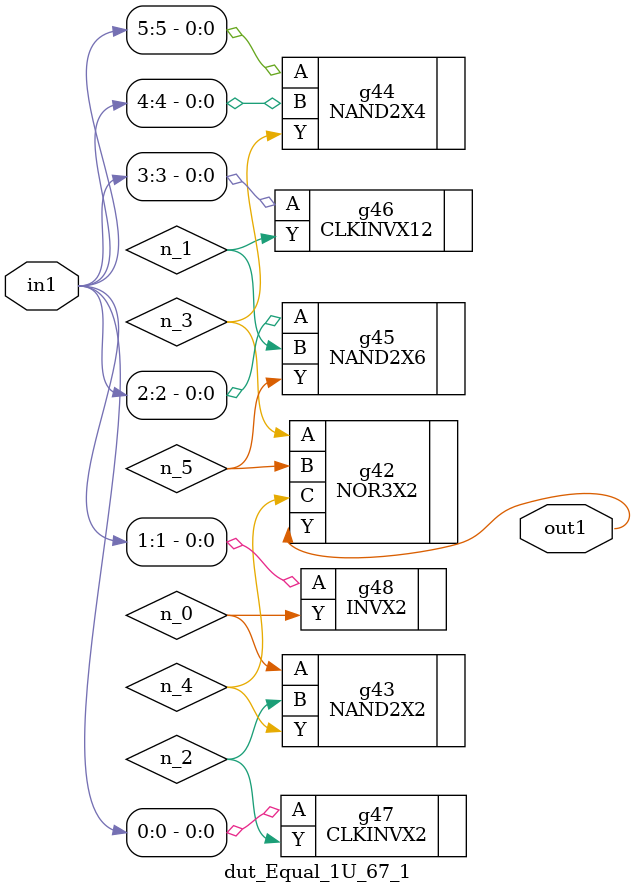
<source format=v>
`timescale 1ps / 1ps


module dut_Equal_1U_67_1(in1, out1);
  input [5:0] in1;
  output out1;
  wire [5:0] in1;
  wire out1;
  wire n_0, n_1, n_2, n_3, n_4, n_5;
  NOR3X2 g42(.A (n_3), .B (n_5), .C (n_4), .Y (out1));
  NAND2X6 g45(.A (in1[2]), .B (n_1), .Y (n_5));
  NAND2X2 g43(.A (n_0), .B (n_2), .Y (n_4));
  NAND2X4 g44(.A (in1[5]), .B (in1[4]), .Y (n_3));
  CLKINVX2 g47(.A (in1[0]), .Y (n_2));
  CLKINVX12 g46(.A (in1[3]), .Y (n_1));
  INVX2 g48(.A (in1[1]), .Y (n_0));
endmodule



</source>
